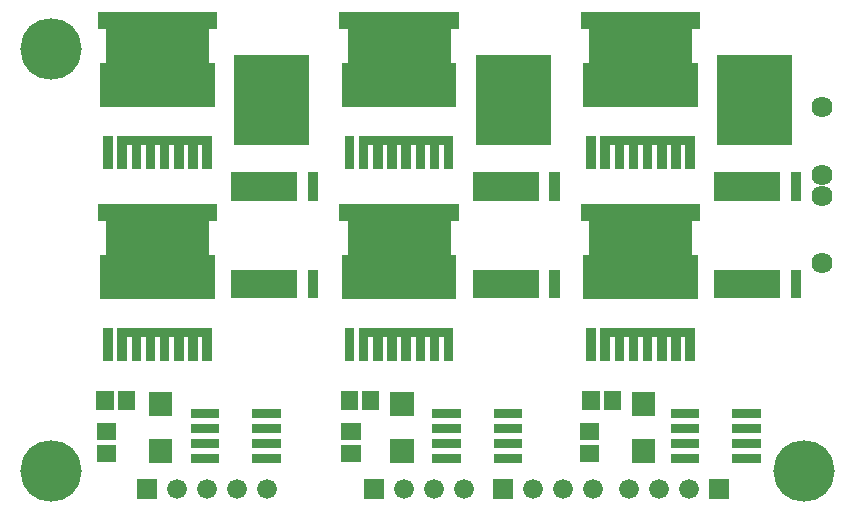
<source format=gbr>
G04 start of page 8 for group -4063 idx -4063 *
G04 Title: power, componentmask *
G04 Creator: pcb 20140316 *
G04 CreationDate: Tue 06 Jun 2017 06:55:07 AM GMT UTC *
G04 For: brian *
G04 Format: Gerber/RS-274X *
G04 PCB-Dimensions (mil): 6000.00 5000.00 *
G04 PCB-Coordinate-Origin: lower left *
%MOIN*%
%FSLAX25Y25*%
%LNTOPMASK*%
%ADD108R,0.1142X0.1142*%
%ADD107R,0.0551X0.0551*%
%ADD106R,0.2500X0.2500*%
%ADD105C,0.0394*%
%ADD104R,0.1457X0.1457*%
%ADD103R,0.0960X0.0960*%
%ADD102R,0.0350X0.0350*%
%ADD101R,0.0276X0.0276*%
%ADD100R,0.0315X0.0315*%
%ADD99R,0.0100X0.0100*%
%ADD98R,0.0572X0.0572*%
%ADD97R,0.0300X0.0300*%
%ADD96C,0.0705*%
%ADD95C,0.2050*%
%ADD94C,0.0660*%
%ADD93C,0.0001*%
%ADD92C,0.0010*%
G54D92*X192827Y429905D03*
X197551D03*
X202276D03*
X192827Y425181D03*
Y420456D03*
Y415732D03*
X197551Y425181D03*
Y420456D03*
Y415732D03*
Y411008D03*
X202276D03*
X207000D03*
X211724D03*
X207000Y429905D03*
X211724D03*
X216449D03*
X221173D03*
X202276Y425181D03*
Y420456D03*
X207000D03*
X211724D03*
X216449D03*
X221173D03*
X207000Y425181D03*
X211724D03*
X216449D03*
X221173D03*
X202276Y415732D03*
X207000D03*
X211724D03*
X216449D03*
X221173D03*
Y411008D03*
X216449D03*
X192827D03*
Y365905D03*
Y347008D03*
G54D93*G36*
X195200Y279800D02*Y273200D01*
X201800D01*
Y279800D01*
X195200D01*
G37*
G54D94*X208500Y276500D03*
X218500D03*
X228500D03*
G54D92*X197551Y365905D03*
X202276D03*
X207000D03*
X211724D03*
X216449D03*
X221173D03*
X202276Y361181D03*
Y356456D03*
X207000D03*
X211724D03*
X216449D03*
X221173D03*
X207000Y361181D03*
X211724D03*
X216449D03*
X221173D03*
X192827D03*
Y356456D03*
Y351732D03*
X197551Y361181D03*
Y356456D03*
Y351732D03*
X202276D03*
X207000D03*
X211724D03*
X216449D03*
X221173D03*
X197551Y347008D03*
X202276D03*
X207000D03*
X211724D03*
X216449D03*
X221173D03*
X273327Y429905D03*
X278051D03*
X282776D03*
X273327Y425181D03*
Y420456D03*
Y415732D03*
X278051Y425181D03*
Y420456D03*
Y415732D03*
Y411008D03*
X282776D03*
X287500D03*
X292224D03*
X287500Y429905D03*
X292224D03*
X296949D03*
X301673D03*
X282776Y425181D03*
Y420456D03*
X287500D03*
X292224D03*
X296949D03*
X301673D03*
X287500Y425181D03*
X292224D03*
X296949D03*
X301673D03*
X282776Y415732D03*
X287500D03*
X292224D03*
X296949D03*
X301673D03*
Y411008D03*
X296949D03*
X273327D03*
Y365905D03*
Y347008D03*
X278051Y365905D03*
X282776D03*
X287500D03*
X292224D03*
X296949D03*
X301673D03*
X282776Y361181D03*
Y356456D03*
X287500D03*
X292224D03*
X296949D03*
X301673D03*
X287500Y361181D03*
X292224D03*
X296949D03*
X301673D03*
G54D94*X293500Y276500D03*
X283500D03*
G54D93*G36*
X238200Y279800D02*Y273200D01*
X244800D01*
Y279800D01*
X238200D01*
G37*
G54D94*X251500Y276500D03*
X261500D03*
X271500D03*
G54D92*X273327Y361181D03*
Y356456D03*
Y351732D03*
X278051Y361181D03*
Y356456D03*
Y351732D03*
X282776D03*
X287500D03*
X292224D03*
X296949D03*
X301673D03*
X278051Y347008D03*
X282776D03*
X287500D03*
X292224D03*
X296949D03*
X301673D03*
G54D93*G36*
X310200Y279800D02*Y273200D01*
X316800D01*
Y279800D01*
X310200D01*
G37*
G54D95*X342000Y282500D03*
G54D94*X303500Y276500D03*
G54D96*X348000Y351736D03*
Y381264D03*
Y403764D03*
Y374236D03*
G54D92*X112327Y429905D03*
X117051D03*
X121776D03*
X112327Y425181D03*
Y420456D03*
Y415732D03*
X117051Y425181D03*
Y420456D03*
Y415732D03*
Y411008D03*
X121776D03*
X126500D03*
X131224D03*
X126500Y429905D03*
X131224D03*
X135949D03*
X140673D03*
X121776Y425181D03*
Y420456D03*
X126500D03*
X131224D03*
X135949D03*
X140673D03*
X126500Y425181D03*
X131224D03*
X135949D03*
X140673D03*
X121776Y415732D03*
X126500D03*
X131224D03*
X135949D03*
X140673D03*
Y411008D03*
X135949D03*
X112327D03*
Y365905D03*
Y347008D03*
G54D95*X91000Y282500D03*
Y423000D03*
G54D93*G36*
X119700Y279800D02*Y273200D01*
X126300D01*
Y279800D01*
X119700D01*
G37*
G54D94*X133000Y276500D03*
X143000D03*
X153000D03*
X163000D03*
G54D92*X117051Y365905D03*
X121776D03*
X126500D03*
X131224D03*
X135949D03*
X140673D03*
X121776Y361181D03*
Y356456D03*
X126500D03*
X131224D03*
X135949D03*
X140673D03*
X126500Y361181D03*
X131224D03*
X135949D03*
X140673D03*
X112327D03*
Y356456D03*
Y351732D03*
X117051Y361181D03*
Y356456D03*
Y351732D03*
X121776D03*
X126500D03*
X131224D03*
X135949D03*
X140673D03*
X117051Y347008D03*
X121776D03*
X126500D03*
X131224D03*
X135949D03*
X140673D03*
G54D93*G36*
X284550Y293100D02*Y285200D01*
X292450D01*
Y293100D01*
X284550D01*
G37*
G54D97*X299000Y301500D02*X305500D01*
X299000Y296500D02*X305500D01*
X299000Y291500D02*X305500D01*
X299000Y286500D02*X305500D01*
G54D98*X278043Y306393D02*Y305607D01*
X270957Y306393D02*Y305607D01*
X270107Y288457D02*X270893D01*
X270107Y295543D02*X270893D01*
G54D93*G36*
X284550Y308800D02*Y300900D01*
X292450D01*
Y308800D01*
X284550D01*
G37*
G54D97*X319500Y286500D02*X326000D01*
X319500Y291500D02*X326000D01*
X319500Y296500D02*X326000D01*
X319500Y301500D02*X326000D01*
G54D98*X197543Y306393D02*Y305607D01*
G54D93*G36*
X204050Y308800D02*Y300900D01*
X211950D01*
Y308800D01*
X204050D01*
G37*
G54D97*X219500Y296500D02*X226000D01*
X219500Y291500D02*X226000D01*
X219500Y286500D02*X226000D01*
G54D93*G36*
X204050Y293100D02*Y285200D01*
X211950D01*
Y293100D01*
X204050D01*
G37*
G54D98*X190607Y288457D02*X191393D01*
X190607Y295543D02*X191393D01*
G54D97*X240000Y286500D02*X246500D01*
X240000Y291500D02*X246500D01*
X240000Y296500D02*X246500D01*
X240000Y301500D02*X246500D01*
G54D98*X109107Y288457D02*X109893D01*
X109107Y295543D02*X109893D01*
X116043Y306393D02*Y305607D01*
X108957Y306393D02*Y305607D01*
G54D97*X159500Y286500D02*X166000D01*
X159500Y291500D02*X166000D01*
X159500Y296500D02*X166000D01*
X139000D02*X145500D01*
G54D93*G36*
X123550Y293100D02*Y285200D01*
X131450D01*
Y293100D01*
X123550D01*
G37*
G36*
Y308800D02*Y300900D01*
X131450D01*
Y308800D01*
X123550D01*
G37*
G54D98*X190457Y306393D02*Y305607D01*
G54D97*X219500Y301500D02*X226000D01*
X159500D02*X166000D01*
X139000D02*X145500D01*
X139000Y291500D02*X145500D01*
X139000Y286500D02*X145500D01*
G54D99*X270252Y328583D02*Y320709D01*
G54D100*X270965Y328583D02*Y320709D01*
G54D101*Y328386D02*Y320906D01*
G54D99*X276402Y328583D02*Y320709D01*
G54D100*X275689Y328583D02*Y320709D01*
G54D101*Y328386D02*Y320906D01*
G54D100*X280413Y328583D02*Y320709D01*
G54D101*Y328386D02*Y320906D01*
G54D100*X285138Y328583D02*Y320709D01*
G54D101*Y328386D02*Y320906D01*
G54D100*X289862Y328583D02*Y320709D01*
G54D101*Y328386D02*Y320906D01*
G54D100*X299311Y328583D02*Y320709D01*
G54D101*Y328386D02*Y320906D01*
G54D100*X304035Y328583D02*Y320709D01*
G54D101*Y328386D02*Y320906D01*
G54D100*X294587Y328583D02*Y320709D01*
G54D101*Y328386D02*Y320906D01*
G54D100*X276402Y328583D02*X304035D01*
G54D102*X258750Y347850D02*Y341750D01*
G54D103*X236300Y344800D02*X248700D01*
G54D104*X195189Y411283D02*X218811D01*
G54D105*X204638Y408646D03*
Y413370D03*
X190465Y408646D03*
X195189D03*
X199913D03*
X190465Y413370D03*
X195189D03*
X199913D03*
X195189Y418094D03*
G54D99*X189752Y392583D02*Y384709D01*
G54D100*X190465Y392583D02*Y384709D01*
G54D101*Y392386D02*Y384906D01*
G54D99*X195902Y392583D02*Y384709D01*
G54D100*X195189Y392583D02*Y384709D01*
G54D101*Y392386D02*Y384906D01*
G54D100*X199913Y392583D02*Y384709D01*
G54D101*Y392386D02*Y384906D01*
G54D100*X204638Y392583D02*Y384709D01*
G54D101*Y392386D02*Y384906D01*
G54D100*X209362Y392583D02*Y384709D01*
G54D101*Y392386D02*Y384906D01*
G54D102*X178250Y380250D02*Y374150D01*
G54D103*X155800Y377200D02*X168200D01*
G54D106*X164500Y408500D02*Y403500D01*
G54D105*X209362Y408646D03*
X214087D03*
X218811D03*
X223535D03*
X214087Y413370D03*
X218811D03*
X209362D03*
X223535D03*
X199913Y418094D03*
X204638D03*
G54D100*X218811Y392583D02*Y384709D01*
G54D101*Y392386D02*Y384906D01*
G54D100*X223535Y392583D02*Y384709D01*
G54D101*Y392386D02*Y384906D01*
G54D102*X258750Y380250D02*Y374150D01*
G54D103*X236300Y377200D02*X248700D01*
G54D101*X199913Y328386D02*Y320906D01*
G54D100*X204638Y328583D02*Y320709D01*
G54D101*Y328386D02*Y320906D01*
G54D100*X209362Y328583D02*Y320709D01*
G54D101*Y328386D02*Y320906D01*
G54D100*X214087Y328583D02*Y320709D01*
G54D101*Y328386D02*Y320906D01*
G54D100*Y392583D02*Y384709D01*
G54D101*Y392386D02*Y384906D01*
G54D100*X195902Y392583D02*X223535D01*
G54D99*X195902Y328583D02*Y320709D01*
G54D100*X195189Y328583D02*Y320709D01*
G54D101*Y328386D02*Y320906D01*
G54D100*X199913Y328583D02*Y320709D01*
G54D105*X195189Y344646D03*
Y349370D03*
Y354094D03*
X199913Y344646D03*
Y349370D03*
Y354094D03*
X204638Y344646D03*
Y349370D03*
X209362D03*
X214087D03*
X218811D03*
X223535D03*
X209362Y344646D03*
X214087D03*
X218811D03*
X223535D03*
X204638Y354094D03*
X209362D03*
X214087D03*
X218811D03*
G54D100*Y328583D02*Y320709D01*
G54D101*Y328386D02*Y320906D01*
G54D100*X223535Y328583D02*Y320709D01*
G54D101*Y328386D02*Y320906D01*
G54D100*X195902Y328583D02*X223535D01*
G54D99*X189752D02*Y320709D01*
G54D100*X190465Y328583D02*Y320709D01*
G54D101*Y328386D02*Y320906D01*
G54D105*Y344646D03*
G54D107*X189874Y368740D02*X224126D01*
G54D105*X204638Y363543D03*
Y368268D03*
X209362D03*
X223535D03*
G54D108*X195583Y360276D02*X218417D01*
G54D104*X195189Y347283D02*X218811D01*
G54D105*X190465Y349370D03*
X199913Y358819D03*
X204638D03*
X195189D03*
Y363543D03*
X199913D03*
X209362Y358819D03*
X214087D03*
X218811D03*
X209362Y363543D03*
X214087D03*
X190465Y368268D03*
X195189D03*
X199913D03*
X218811Y363543D03*
X214087Y368268D03*
X218811D03*
G54D102*X178250Y347850D02*Y341750D01*
G54D103*X155800Y344800D02*X168200D01*
G54D99*X109252Y392583D02*Y384709D01*
G54D100*X109965Y392583D02*Y384709D01*
G54D101*Y392386D02*Y384906D01*
G54D99*X115402Y392583D02*Y384709D01*
G54D100*X114689Y392583D02*Y384709D01*
G54D101*Y392386D02*Y384906D01*
G54D100*X128862Y392583D02*Y384709D01*
G54D101*Y392386D02*Y384906D01*
G54D107*X109374Y432740D02*X143626D01*
G54D105*X109965Y432268D03*
X114689D03*
X119413D03*
X124138D03*
G54D108*X115083Y424276D02*X137917D01*
G54D105*X124138Y422819D03*
X128862D03*
X124138Y427543D03*
X128862D03*
X114689Y422819D03*
X119413D03*
X114689Y427543D03*
X119413D03*
X128862Y432268D03*
X133587D03*
G54D104*X114689Y411283D02*X138311D01*
G54D105*X124138Y408646D03*
Y413370D03*
X128862Y418094D03*
X133587D03*
X138311D03*
X109965Y408646D03*
X114689D03*
X119413D03*
X109965Y413370D03*
X114689D03*
X119413D03*
X114689Y418094D03*
X128862Y408646D03*
X133587D03*
X138311D03*
X143035D03*
X133587Y413370D03*
X138311D03*
X128862D03*
X143035D03*
X119413Y418094D03*
X124138D03*
X133587Y422819D03*
X138311D03*
X133587Y427543D03*
X138311D03*
Y432268D03*
X143035D03*
G54D100*X119413Y392583D02*Y384709D01*
G54D101*Y392386D02*Y384906D01*
G54D100*X124138Y392583D02*Y384709D01*
G54D101*Y392386D02*Y384906D01*
G54D100*X115402Y392583D02*X143035D01*
X133587D02*Y384709D01*
G54D101*Y392386D02*Y384906D01*
G54D100*X138311Y392583D02*Y384709D01*
G54D101*Y392386D02*Y384906D01*
G54D100*X143035Y392583D02*Y384709D01*
G54D101*Y392386D02*Y384906D01*
G54D104*X114689Y347283D02*X138311D01*
G54D105*X124138Y344646D03*
Y349370D03*
X128862Y354094D03*
X133587D03*
X138311D03*
X109965Y344646D03*
X114689D03*
X119413D03*
X109965Y349370D03*
X114689D03*
X119413D03*
X114689Y354094D03*
G54D99*X109252Y328583D02*Y320709D01*
G54D100*X109965Y328583D02*Y320709D01*
G54D101*Y328386D02*Y320906D01*
G54D99*X115402Y328583D02*Y320709D01*
G54D100*X114689Y328583D02*Y320709D01*
G54D101*Y328386D02*Y320906D01*
G54D100*X119413Y328583D02*Y320709D01*
G54D101*Y328386D02*Y320906D01*
G54D100*X124138Y328583D02*Y320709D01*
G54D101*Y328386D02*Y320906D01*
G54D100*X128862Y328583D02*Y320709D01*
G54D101*Y328386D02*Y320906D01*
G54D100*X138311Y328583D02*Y320709D01*
G54D101*Y328386D02*Y320906D01*
G54D100*X143035Y328583D02*Y320709D01*
G54D101*Y328386D02*Y320906D01*
G54D100*X133587Y328583D02*Y320709D01*
G54D101*Y328386D02*Y320906D01*
G54D100*X115402Y328583D02*X143035D01*
G54D105*X128862Y344646D03*
X133587D03*
X138311D03*
X143035D03*
X133587Y349370D03*
X138311D03*
X128862D03*
X143035D03*
X119413Y354094D03*
X124138D03*
G54D107*X109374Y368740D02*X143626D01*
G54D105*X109965Y368268D03*
X114689D03*
X119413D03*
X124138D03*
G54D108*X115083Y360276D02*X137917D01*
G54D105*X124138Y358819D03*
X128862D03*
X124138Y363543D03*
X128862D03*
X114689Y358819D03*
X119413D03*
X114689Y363543D03*
X119413D03*
X128862Y368268D03*
X133587D03*
Y358819D03*
X138311D03*
X133587Y363543D03*
X138311D03*
Y368268D03*
X143035D03*
G54D107*X270374Y432740D02*X304626D01*
G54D105*X270965Y432268D03*
X275689D03*
X280413D03*
X285138D03*
G54D108*X276083Y424276D02*X298917D01*
G54D105*X285138Y422819D03*
X289862D03*
X285138Y427543D03*
X289862D03*
X275689Y422819D03*
X280413D03*
X275689Y427543D03*
X280413D03*
X289862Y432268D03*
X294587D03*
G54D104*X275689Y411283D02*X299311D01*
G54D105*X285138Y408646D03*
Y413370D03*
X289862Y418094D03*
X294587D03*
X299311D03*
X270965Y408646D03*
X275689D03*
X280413D03*
X270965Y413370D03*
X275689D03*
X280413D03*
X275689Y418094D03*
G54D106*X245000Y408500D02*Y403500D01*
G54D105*X289862Y408646D03*
X294587D03*
X299311D03*
X304035D03*
X294587Y413370D03*
X299311D03*
X289862D03*
X304035D03*
X280413Y418094D03*
X285138D03*
X294587Y422819D03*
X299311D03*
X294587Y427543D03*
X299311D03*
Y432268D03*
X304035D03*
G54D106*X325500Y408500D02*Y403500D01*
G54D107*X189874Y432740D02*X224126D01*
G54D105*X190465Y432268D03*
X195189D03*
X199913D03*
X204638D03*
X195189Y427543D03*
X199913D03*
X209362Y432268D03*
X214087D03*
X218811D03*
X223535D03*
G54D108*X195583Y424276D02*X218417D01*
G54D105*X209362Y422819D03*
X204638Y427543D03*
X209362D03*
X214087D03*
X218811D03*
Y418094D03*
X195189Y422819D03*
X199913D03*
X204638D03*
X209362Y418094D03*
X214087D03*
Y422819D03*
X218811D03*
G54D99*X270252Y392583D02*Y384709D01*
G54D100*X270965Y392583D02*Y384709D01*
G54D101*Y392386D02*Y384906D01*
G54D99*X276402Y392583D02*Y384709D01*
G54D100*X275689Y392583D02*Y384709D01*
G54D101*Y392386D02*Y384906D01*
G54D100*X280413Y392583D02*Y384709D01*
G54D101*Y392386D02*Y384906D01*
G54D100*X285138Y392583D02*Y384709D01*
G54D101*Y392386D02*Y384906D01*
G54D100*X289862Y392583D02*Y384709D01*
G54D101*Y392386D02*Y384906D01*
G54D100*X294587Y392583D02*Y384709D01*
G54D101*Y392386D02*Y384906D01*
G54D100*X276402Y392583D02*X304035D01*
X299311D02*Y384709D01*
G54D101*Y392386D02*Y384906D01*
G54D100*X304035Y392583D02*Y384709D01*
G54D101*Y392386D02*Y384906D01*
G54D102*X339250Y380250D02*Y374150D01*
G54D103*X316800Y377200D02*X329200D01*
G54D107*X270374Y368740D02*X304626D01*
G54D105*X270965Y368268D03*
X275689D03*
X280413D03*
X285138D03*
G54D108*X276083Y360276D02*X298917D01*
G54D105*X285138Y358819D03*
X289862D03*
X285138Y363543D03*
X289862D03*
X275689Y358819D03*
X280413D03*
X275689Y363543D03*
X280413D03*
X289862Y368268D03*
X294587D03*
G54D104*X275689Y347283D02*X299311D01*
G54D105*X285138Y344646D03*
Y349370D03*
X289862Y354094D03*
X294587D03*
X299311D03*
X270965Y344646D03*
X275689D03*
X280413D03*
X270965Y349370D03*
X275689D03*
X280413D03*
X275689Y354094D03*
G54D102*X339250Y347850D02*Y341750D01*
G54D103*X316800Y344800D02*X329200D01*
G54D105*X289862Y344646D03*
X294587D03*
X299311D03*
X304035D03*
X294587Y349370D03*
X299311D03*
X289862D03*
X304035D03*
X280413Y354094D03*
X285138D03*
X294587Y358819D03*
X299311D03*
X294587Y363543D03*
X299311D03*
Y368268D03*
X304035D03*
M02*

</source>
